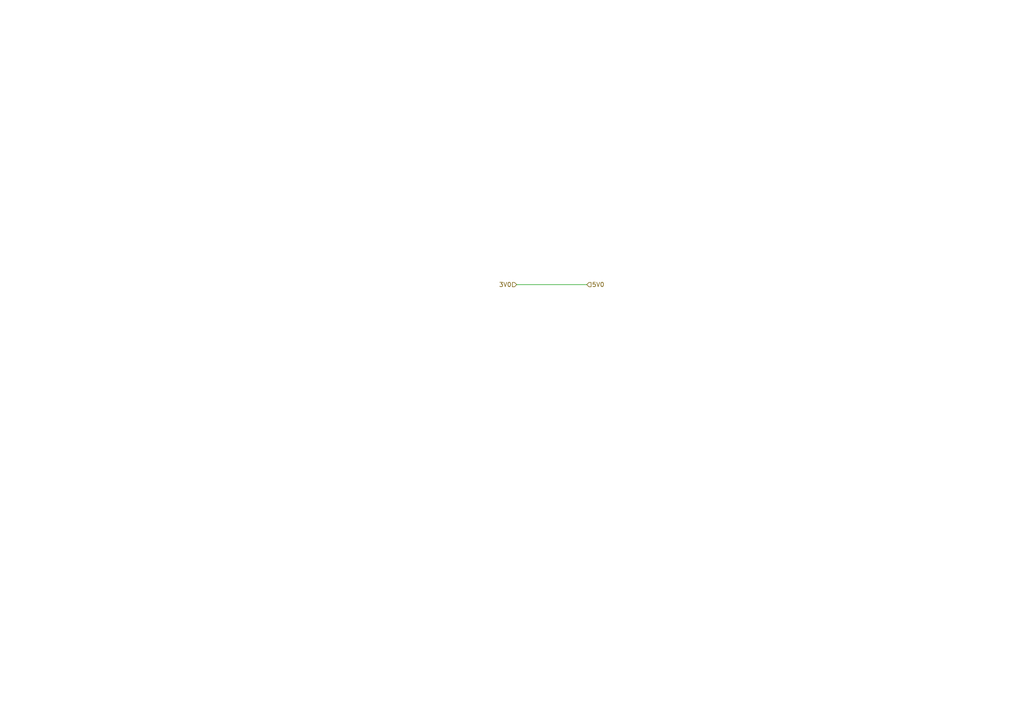
<source format=kicad_sch>
(kicad_sch (version 20211123) (generator eeschema)
  (paper "A4")
  (lib_symbols)
  (wire (pts (xy 149.86 82.55) (xy 170.18 82.55)))
  (hierarchical_label "5V0" (shape input) (at 170.18 82.55 0))
  (hierarchical_label "3V0" (shape input) (at 149.86 82.55 180))
)
</source>
